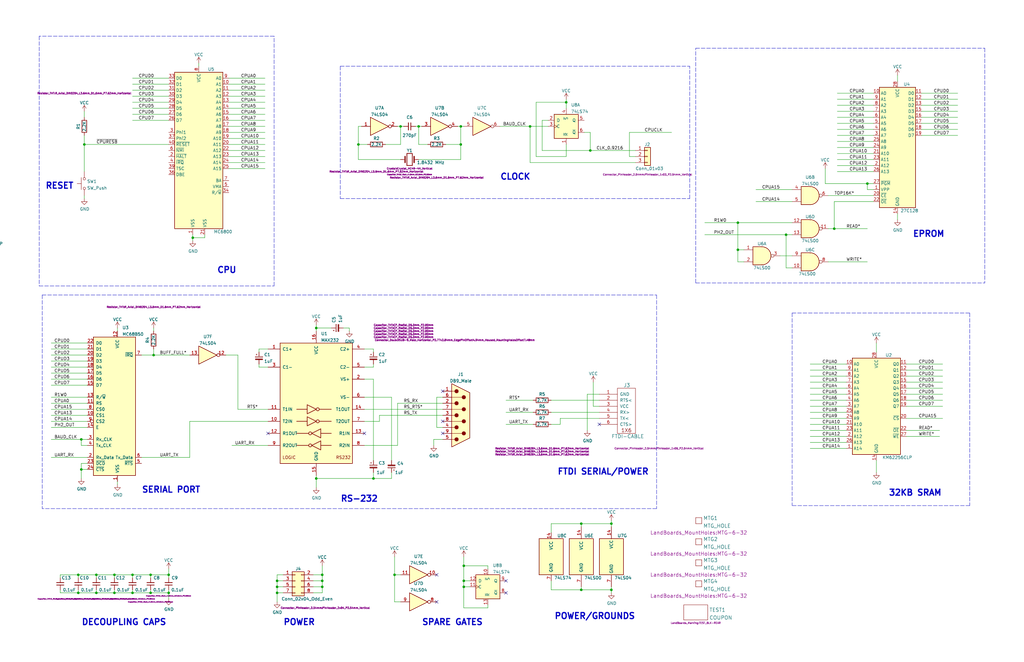
<source format=kicad_sch>
(kicad_sch (version 20211123) (generator eeschema)
  (paper "B")
  (title_block (title "SIMPLE-6502") (date "2022-09-11") (rev "1") (company "Land Boards LLC"))
  (junction (at 351.79 96.52))
  (junction (at 157.48 201.93))
  (junction (at 133.35 138.43))
  (junction (at 135.89 247.65))
  (junction (at 365.76 77.47))
  (junction (at 71.12 250.19))
  (junction (at 245.11 248.92))
  (junction (at 34.29 198.12))
  (junction (at 55.88 242.57))
  (junction (at 195.58 245.11))
  (junction (at 33.02 250.19))
  (junction (at 195.58 247.65))
  (junction (at 248.92 63.5))
  (junction (at 33.02 242.57))
  (junction (at 245.11 220.98))
  (junction (at 71.12 242.57))
  (junction (at 257.81 220.98))
  (junction (at 166.37 242.57))
  (junction (at 331.47 99.06))
  (junction (at 194.31 53.34))
  (junction (at 135.89 242.57))
  (junction (at 64.77 149.86))
  (junction (at 195.58 238.76))
  (junction (at -38.1 54.61))
  (junction (at 116.84 250.19))
  (junction (at 168.91 53.34))
  (junction (at 48.26 250.19))
  (junction (at 81.28 100.33))
  (junction (at 48.26 242.57))
  (junction (at 40.64 242.57))
  (junction (at 35.56 60.96))
  (junction (at 133.35 201.93))
  (junction (at 116.84 245.11))
  (junction (at 135.89 245.11))
  (junction (at 63.5 242.57))
  (junction (at 116.84 247.65))
  (junction (at -38.1 52.07))
  (junction (at 223.52 53.34))
  (junction (at 151.13 60.96))
  (junction (at 63.5 250.19))
  (junction (at 40.64 250.19))
  (junction (at 238.76 43.18))
  (junction (at -38.1 68.58))
  (junction (at 194.31 60.96))
  (junction (at 311.15 93.98))
  (junction (at 34.29 185.42))
  (junction (at 55.88 250.19))
  (junction (at 257.81 248.92))
  (junction (at 176.53 53.34))
  (junction (at 311.15 105.41))
  (no_connect (at 184.15 242.57))
  (no_connect (at 184.15 254))
  (no_connect (at 213.36 245.11))
  (no_connect (at 213.36 250.19))
  (no_connect (at 252.73 179.07))
  (no_connect (at -36.83 57.15))
  (no_connect (at -36.83 88.9))
  (no_connect (at -36.83 71.12))
  (no_connect (at -36.83 73.66))
  (no_connect (at -36.83 78.74))
  (no_connect (at 186.69 182.88))
  (no_connect (at 186.69 177.8))
  (no_connect (at 186.69 165.1))
  (no_connect (at 113.03 182.88))
  (no_connect (at 153.67 182.88))
  (wire (pts (xy 353.06 64.77) (xy 368.3 64.77)))
  (wire (pts (xy 48.26 242.57) (xy 48.26 243.84)))
  (wire (pts (xy 135.89 247.65) (xy 135.89 245.11)))
  (wire (pts (xy 267.97 66.04) (xy 265.43 66.04)))
  (wire (pts (xy 176.53 53.34) (xy 175.26 53.34)))
  (wire (pts (xy 96.52 50.8) (xy 111.76 50.8)))
  (polyline (pts (xy 293.37 20.32) (xy 415.29 20.32)))
  (wire (pts (xy 245.11 248.92) (xy 245.11 247.65)))
  (wire (pts (xy 153.67 154.94) (xy 157.48 154.94)))
  (wire (pts (xy 168.91 67.31) (xy 151.13 67.31)))
  (wire (pts (xy 81.28 100.33) (xy 86.36 100.33)))
  (wire (pts (xy 153.67 172.72) (xy 186.69 172.72)))
  (wire (pts (xy 365.76 80.01) (xy 365.76 77.47)))
  (wire (pts (xy 353.06 69.85) (xy 368.3 69.85)))
  (wire (pts (xy 97.79 187.96) (xy 113.03 187.96)))
  (wire (pts (xy 71.12 243.84) (xy 71.12 242.57)))
  (wire (pts (xy 55.88 48.26) (xy 71.12 48.26)))
  (wire (pts (xy 96.52 63.5) (xy 111.76 63.5)))
  (wire (pts (xy 223.52 68.58) (xy 223.52 53.34)))
  (wire (pts (xy 96.52 55.88) (xy 111.76 55.88)))
  (wire (pts (xy 116.84 250.19) (xy 116.84 254)))
  (wire (pts (xy 81.28 99.06) (xy 81.28 100.33)))
  (wire (pts (xy 160.02 177.8) (xy 153.67 177.8)))
  (wire (pts (xy 21.59 175.26) (xy 36.83 175.26)))
  (wire (pts (xy 349.25 96.52) (xy 351.79 96.52)))
  (wire (pts (xy 349.25 82.55) (xy 368.3 82.55)))
  (wire (pts (xy 49.53 138.43) (xy 49.53 139.7)))
  (polyline (pts (xy 334.01 132.08) (xy 408.94 132.08)))
  (wire (pts (xy 318.77 85.09) (xy 334.01 85.09)))
  (wire (pts (xy 80.01 177.8) (xy 113.03 177.8)))
  (wire (pts (xy 369.57 194.31) (xy 369.57 199.39)))
  (wire (pts (xy -48.26 91.44) (xy -48.26 95.25)))
  (wire (pts (xy 245.11 220.98) (xy 232.41 220.98)))
  (wire (pts (xy 353.06 67.31) (xy 368.3 67.31)))
  (wire (pts (xy 40.64 242.57) (xy 40.64 243.84)))
  (wire (pts (xy 341.63 179.07) (xy 356.87 179.07)))
  (wire (pts (xy 382.27 166.37) (xy 397.51 166.37)))
  (wire (pts (xy 176.53 60.96) (xy 180.34 60.96)))
  (wire (pts (xy 48.26 242.57) (xy 40.64 242.57)))
  (wire (pts (xy 168.91 53.34) (xy 168.91 60.96)))
  (wire (pts (xy 252.73 166.37) (xy 247.65 166.37)))
  (polyline (pts (xy 16.51 120.65) (xy 115.57 120.65)))
  (wire (pts (xy 213.36 173.99) (xy 224.79 173.99)))
  (wire (pts (xy 135.89 242.57) (xy 135.89 238.76)))
  (wire (pts (xy 71.12 248.92) (xy 71.12 250.19)))
  (wire (pts (xy 168.91 53.34) (xy 167.64 53.34)))
  (wire (pts (xy 231.14 50.8) (xy 228.6 50.8)))
  (wire (pts (xy 248.92 55.88) (xy 246.38 55.88)))
  (wire (pts (xy 59.69 149.86) (xy 64.77 149.86)))
  (wire (pts (xy 119.38 242.57) (xy 116.84 242.57)))
  (wire (pts (xy 177.8 53.34) (xy 176.53 53.34)))
  (wire (pts (xy 35.56 46.99) (xy 35.56 49.53)))
  (wire (pts (xy 34.29 185.42) (xy 36.83 185.42)))
  (wire (pts (xy 341.63 181.61) (xy 356.87 181.61)))
  (polyline (pts (xy 334.01 132.08) (xy 334.01 213.36)))
  (wire (pts (xy 49.53 203.2) (xy 49.53 204.47)))
  (wire (pts (xy 35.56 82.55) (xy 35.56 83.82)))
  (wire (pts (xy 388.62 44.45) (xy 403.86 44.45)))
  (wire (pts (xy 250.19 161.29) (xy 250.19 171.45)))
  (wire (pts (xy 25.4 250.19) (xy 33.02 250.19)))
  (wire (pts (xy 341.63 156.21) (xy 356.87 156.21)))
  (wire (pts (xy 21.59 152.4) (xy 36.83 152.4)))
  (wire (pts (xy 160.02 175.26) (xy 160.02 177.8)))
  (wire (pts (xy 151.13 60.96) (xy 154.94 60.96)))
  (wire (pts (xy 368.3 85.09) (xy 351.79 85.09)))
  (wire (pts (xy 133.35 138.43) (xy 133.35 139.7)))
  (wire (pts (xy 64.77 147.32) (xy 64.77 149.86)))
  (wire (pts (xy 257.81 247.65) (xy 257.81 248.92)))
  (wire (pts (xy 328.93 107.95) (xy 334.01 107.95)))
  (wire (pts (xy 223.52 53.34) (xy 210.82 53.34)))
  (wire (pts (xy 232.41 248.92) (xy 232.41 245.11)))
  (wire (pts (xy 34.29 198.12) (xy 36.83 198.12)))
  (wire (pts (xy 238.76 60.96) (xy 238.76 66.04)))
  (wire (pts (xy 388.62 46.99) (xy 403.86 46.99)))
  (wire (pts (xy 353.06 41.91) (xy 368.3 41.91)))
  (wire (pts (xy 116.84 245.11) (xy 119.38 245.11)))
  (wire (pts (xy -38.1 54.61) (xy -36.83 54.61)))
  (wire (pts (xy 34.29 195.58) (xy 34.29 198.12)))
  (wire (pts (xy 25.4 242.57) (xy 33.02 242.57)))
  (wire (pts (xy 382.27 161.29) (xy 397.51 161.29)))
  (wire (pts (xy 195.58 234.95) (xy 195.58 238.76)))
  (wire (pts (xy 63.5 248.92) (xy 63.5 250.19)))
  (wire (pts (xy 213.36 179.07) (xy 224.79 179.07)))
  (wire (pts (xy 109.22 153.67) (xy 109.22 154.94)))
  (wire (pts (xy 21.59 167.64) (xy 36.83 167.64)))
  (wire (pts (xy 349.25 110.49) (xy 365.76 110.49)))
  (wire (pts (xy 226.06 43.18) (xy 238.76 43.18)))
  (wire (pts (xy 133.35 137.16) (xy 133.35 138.43)))
  (wire (pts (xy 176.53 53.34) (xy 176.53 60.96)))
  (wire (pts (xy 132.08 245.11) (xy 135.89 245.11)))
  (wire (pts (xy 265.43 55.88) (xy 283.21 55.88)))
  (wire (pts (xy 353.06 54.61) (xy 368.3 54.61)))
  (wire (pts (xy 153.67 187.96) (xy 167.64 187.96)))
  (wire (pts (xy -38.1 68.58) (xy -38.1 76.2)))
  (polyline (pts (xy 143.51 83.82) (xy 290.83 83.82)))
  (wire (pts (xy 96.52 66.04) (xy 111.76 66.04)))
  (wire (pts (xy 368.3 80.01) (xy 365.76 80.01)))
  (wire (pts (xy 144.78 138.43) (xy 147.32 138.43)))
  (wire (pts (xy 195.58 256.54) (xy 195.58 247.65)))
  (wire (pts (xy 132.08 247.65) (xy 135.89 247.65)))
  (polyline (pts (xy 115.57 15.24) (xy 16.51 15.24)))
  (wire (pts (xy -38.1 29.21) (xy -38.1 52.07)))
  (wire (pts (xy 341.63 189.23) (xy 356.87 189.23)))
  (wire (pts (xy 40.64 248.92) (xy 40.64 250.19)))
  (wire (pts (xy 40.64 250.19) (xy 33.02 250.19)))
  (wire (pts (xy 353.06 72.39) (xy 368.3 72.39)))
  (wire (pts (xy 378.46 90.17) (xy 378.46 92.71)))
  (wire (pts (xy 353.06 59.69) (xy 368.3 59.69)))
  (wire (pts (xy 135.89 245.11) (xy 135.89 242.57)))
  (wire (pts (xy 34.29 198.12) (xy 34.29 201.93)))
  (wire (pts (xy 184.15 180.34) (xy 184.15 167.64)))
  (wire (pts (xy 257.81 220.98) (xy 245.11 220.98)))
  (wire (pts (xy 341.63 166.37) (xy 356.87 166.37)))
  (polyline (pts (xy 143.51 27.94) (xy 290.83 27.94)))
  (wire (pts (xy 21.59 170.18) (xy 36.83 170.18)))
  (wire (pts (xy 21.59 157.48) (xy 36.83 157.48)))
  (wire (pts (xy 388.62 57.15) (xy 403.86 57.15)))
  (wire (pts (xy 83.82 26.67) (xy 83.82 27.94)))
  (wire (pts (xy 157.48 154.94) (xy 157.48 153.67)))
  (wire (pts (xy 21.59 193.04) (xy 36.83 193.04)))
  (wire (pts (xy 133.35 200.66) (xy 133.35 201.93)))
  (wire (pts (xy 165.1 201.93) (xy 165.1 199.39)))
  (wire (pts (xy 228.6 50.8) (xy 228.6 63.5)))
  (wire (pts (xy 157.48 147.32) (xy 157.48 148.59)))
  (wire (pts (xy 55.88 242.57) (xy 63.5 242.57)))
  (wire (pts (xy 382.27 176.53) (xy 397.51 176.53)))
  (wire (pts (xy 382.27 181.61) (xy 396.24 181.61)))
  (wire (pts (xy 166.37 242.57) (xy 168.91 242.57)))
  (wire (pts (xy 388.62 49.53) (xy 403.86 49.53)))
  (polyline (pts (xy 16.51 15.24) (xy 16.51 120.65)))
  (wire (pts (xy 186.69 175.26) (xy 160.02 175.26)))
  (wire (pts (xy 21.59 154.94) (xy 36.83 154.94)))
  (wire (pts (xy 21.59 177.8) (xy 36.83 177.8)))
  (polyline (pts (xy 276.86 124.46) (xy 276.86 214.63)))
  (wire (pts (xy 96.52 38.1) (xy 111.76 38.1)))
  (wire (pts (xy 151.13 67.31) (xy 151.13 60.96)))
  (wire (pts (xy 157.48 194.31) (xy 157.48 160.02)))
  (wire (pts (xy 365.76 77.47) (xy 347.98 77.47)))
  (polyline (pts (xy 408.94 132.08) (xy 408.94 213.36)))
  (wire (pts (xy 388.62 52.07) (xy 403.86 52.07)))
  (wire (pts (xy 96.52 43.18) (xy 111.76 43.18)))
  (wire (pts (xy 21.59 162.56) (xy 36.83 162.56)))
  (wire (pts (xy 113.03 154.94) (xy 109.22 154.94)))
  (wire (pts (xy 313.69 110.49) (xy 311.15 110.49)))
  (wire (pts (xy 194.31 67.31) (xy 194.31 60.96)))
  (wire (pts (xy 331.47 99.06) (xy 334.01 99.06)))
  (wire (pts (xy 267.97 68.58) (xy 223.52 68.58)))
  (wire (pts (xy 116.84 250.19) (xy 119.38 250.19)))
  (wire (pts (xy 297.18 93.98) (xy 311.15 93.98)))
  (wire (pts (xy 257.81 248.92) (xy 257.81 250.19)))
  (wire (pts (xy 297.18 99.06) (xy 331.47 99.06)))
  (wire (pts (xy 96.52 45.72) (xy 111.76 45.72)))
  (polyline (pts (xy 276.86 214.63) (xy 17.78 214.63)))
  (wire (pts (xy 35.56 60.96) (xy 71.12 60.96)))
  (wire (pts (xy 226.06 66.04) (xy 226.06 43.18)))
  (wire (pts (xy 245.11 248.92) (xy 232.41 248.92)))
  (wire (pts (xy 232.41 179.07) (xy 236.22 179.07)))
  (wire (pts (xy 353.06 44.45) (xy 368.3 44.45)))
  (wire (pts (xy 353.06 62.23) (xy 368.3 62.23)))
  (wire (pts (xy 331.47 113.03) (xy 334.01 113.03)))
  (wire (pts (xy 25.4 242.57) (xy 25.4 243.84)))
  (wire (pts (xy 133.35 138.43) (xy 139.7 138.43)))
  (wire (pts (xy 341.63 153.67) (xy 356.87 153.67)))
  (wire (pts (xy 341.63 161.29) (xy 356.87 161.29)))
  (wire (pts (xy 257.81 248.92) (xy 245.11 248.92)))
  (wire (pts (xy -38.1 76.2) (xy -36.83 76.2)))
  (wire (pts (xy 351.79 85.09) (xy 351.79 96.52)))
  (wire (pts (xy 55.88 45.72) (xy 71.12 45.72)))
  (wire (pts (xy 347.98 71.12) (xy 347.98 77.47)))
  (wire (pts (xy 341.63 186.69) (xy 356.87 186.69)))
  (wire (pts (xy 55.88 38.1) (xy 71.12 38.1)))
  (wire (pts (xy 21.59 144.78) (xy 36.83 144.78)))
  (wire (pts (xy 55.88 35.56) (xy 71.12 35.56)))
  (wire (pts (xy 36.83 195.58) (xy 34.29 195.58)))
  (wire (pts (xy 21.59 185.42) (xy 34.29 185.42)))
  (wire (pts (xy 96.52 33.02) (xy 111.76 33.02)))
  (wire (pts (xy 81.28 100.33) (xy 81.28 101.6)))
  (wire (pts (xy 318.77 80.01) (xy 334.01 80.01)))
  (wire (pts (xy 341.63 171.45) (xy 356.87 171.45)))
  (wire (pts (xy 100.33 172.72) (xy 113.03 172.72)))
  (wire (pts (xy 195.58 245.11) (xy 195.58 247.65)))
  (wire (pts (xy -38.1 54.61) (xy -38.1 68.58)))
  (wire (pts (xy 59.69 193.04) (xy 80.01 193.04)))
  (wire (pts (xy 252.73 171.45) (xy 250.19 171.45)))
  (wire (pts (xy 205.74 256.54) (xy 195.58 256.54)))
  (wire (pts (xy 252.73 176.53) (xy 236.22 176.53)))
  (wire (pts (xy 353.06 57.15) (xy 368.3 57.15)))
  (wire (pts (xy 64.77 149.86) (xy 80.01 149.86)))
  (wire (pts (xy 341.63 168.91) (xy 356.87 168.91)))
  (wire (pts (xy 21.59 160.02) (xy 36.83 160.02)))
  (polyline (pts (xy 415.29 20.32) (xy 415.29 119.38)))
  (wire (pts (xy 166.37 254) (xy 168.91 254)))
  (wire (pts (xy 71.12 250.19) (xy 71.12 252.73)))
  (wire (pts (xy 353.06 39.37) (xy 368.3 39.37)))
  (wire (pts (xy 186.69 180.34) (xy 184.15 180.34)))
  (wire (pts (xy 21.59 172.72) (xy 36.83 172.72)))
  (wire (pts (xy 238.76 43.18) (xy 238.76 45.72)))
  (wire (pts (xy 96.52 71.12) (xy 111.76 71.12)))
  (wire (pts (xy 341.63 184.15) (xy 356.87 184.15)))
  (wire (pts (xy 195.58 245.11) (xy 198.12 245.11)))
  (wire (pts (xy 55.88 250.19) (xy 55.88 248.92)))
  (wire (pts (xy 21.59 147.32) (xy 36.83 147.32)))
  (wire (pts (xy 157.48 201.93) (xy 165.1 201.93)))
  (wire (pts (xy 109.22 148.59) (xy 109.22 147.32)))
  (wire (pts (xy 147.32 138.43) (xy 147.32 139.7)))
  (wire (pts (xy 257.81 219.71) (xy 257.81 220.98)))
  (wire (pts (xy 194.31 53.34) (xy 195.58 53.34)))
  (wire (pts (xy -38.1 52.07) (xy -36.83 52.07)))
  (wire (pts (xy 63.5 243.84) (xy 63.5 242.57)))
  (wire (pts (xy 21.59 180.34) (xy 36.83 180.34)))
  (wire (pts (xy 382.27 156.21) (xy 397.51 156.21)))
  (wire (pts (xy 151.13 53.34) (xy 151.13 60.96)))
  (wire (pts (xy 257.81 220.98) (xy 257.81 222.25)))
  (wire (pts (xy 167.64 170.18) (xy 186.69 170.18)))
  (wire (pts (xy 165.1 167.64) (xy 165.1 194.31)))
  (wire (pts (xy 25.4 250.19) (xy 25.4 248.92)))
  (wire (pts (xy 167.64 170.18) (xy 167.64 187.96)))
  (wire (pts (xy 153.67 167.64) (xy 165.1 167.64)))
  (wire (pts (xy 245.11 220.98) (xy 245.11 222.25)))
  (wire (pts (xy 153.67 147.32) (xy 157.48 147.32)))
  (polyline (pts (xy 143.51 27.94) (xy 143.51 83.82)))
  (wire (pts (xy 116.84 247.65) (xy 116.84 250.19)))
  (wire (pts (xy 63.5 242.57) (xy 71.12 242.57)))
  (wire (pts (xy 231.14 53.34) (xy 223.52 53.34)))
  (wire (pts (xy 33.02 250.19) (xy 33.02 248.92)))
  (wire (pts (xy 382.27 184.15) (xy 396.24 184.15)))
  (wire (pts (xy 194.31 53.34) (xy 193.04 53.34)))
  (wire (pts (xy 187.96 60.96) (xy 194.31 60.96)))
  (wire (pts (xy 35.56 60.96) (xy 35.56 57.15)))
  (wire (pts (xy 96.52 53.34) (xy 111.76 53.34)))
  (wire (pts (xy 55.88 43.18) (xy 71.12 43.18)))
  (wire (pts (xy 247.65 166.37) (xy 247.65 181.61)))
  (wire (pts (xy 21.59 149.86) (xy 36.83 149.86)))
  (wire (pts (xy 40.64 242.57) (xy 33.02 242.57)))
  (wire (pts (xy 388.62 41.91) (xy 403.86 41.91)))
  (wire (pts (xy 35.56 60.96) (xy 35.56 72.39)))
  (wire (pts (xy 63.5 250.19) (xy 55.88 250.19)))
  (wire (pts (xy 378.46 31.75) (xy 378.46 34.29)))
  (wire (pts (xy -35.56 129.54) (xy -20.32 129.54)))
  (wire (pts (xy 238.76 66.04) (xy 226.06 66.04)))
  (wire (pts (xy 80.01 193.04) (xy 80.01 177.8)))
  (wire (pts (xy 133.35 201.93) (xy 133.35 205.74)))
  (polyline (pts (xy 293.37 119.38) (xy 293.37 20.32)))
  (polyline (pts (xy 115.57 120.65) (xy 115.57 15.24)))
  (wire (pts (xy 96.52 68.58) (xy 111.76 68.58)))
  (wire (pts (xy 351.79 96.52) (xy 365.76 96.52)))
  (wire (pts (xy 48.26 250.19) (xy 40.64 250.19)))
  (wire (pts (xy 71.12 240.03) (xy 71.12 242.57)))
  (wire (pts (xy 182.88 185.42) (xy 186.69 185.42)))
  (wire (pts (xy 311.15 93.98) (xy 311.15 105.41)))
  (wire (pts (xy 311.15 105.41) (xy 311.15 110.49)))
  (wire (pts (xy 64.77 138.43) (xy 64.77 139.7)))
  (wire (pts (xy 166.37 234.95) (xy 166.37 242.57)))
  (wire (pts (xy 248.92 63.5) (xy 248.92 55.88)))
  (wire (pts (xy 232.41 173.99) (xy 252.73 173.99)))
  (wire (pts (xy 132.08 242.57) (xy 135.89 242.57)))
  (wire (pts (xy 232.41 168.91) (xy 252.73 168.91)))
  (wire (pts (xy 100.33 149.86) (xy 100.33 172.72)))
  (wire (pts (xy 48.26 248.92) (xy 48.26 250.19)))
  (wire (pts (xy 195.58 238.76) (xy 195.58 245.11)))
  (wire (pts (xy 341.63 173.99) (xy 356.87 173.99)))
  (wire (pts (xy 205.74 240.03) (xy 205.74 238.76)))
  (wire (pts (xy 157.48 201.93) (xy 157.48 199.39)))
  (wire (pts (xy 135.89 250.19) (xy 135.89 247.65)))
  (wire (pts (xy 369.57 144.78) (xy 369.57 148.59)))
  (wire (pts (xy 55.88 250.19) (xy 48.26 250.19)))
  (wire (pts (xy 55.88 50.8) (xy 71.12 50.8)))
  (wire (pts (xy 182.88 185.42) (xy 182.88 187.96)))
  (wire (pts (xy 232.41 220.98) (xy 232.41 224.79)))
  (wire (pts (xy 228.6 63.5) (xy 248.92 63.5)))
  (wire (pts (xy 382.27 168.91) (xy 397.51 168.91)))
  (wire (pts (xy 388.62 54.61) (xy 403.86 54.61)))
  (wire (pts (xy 168.91 60.96) (xy 162.56 60.96)))
  (wire (pts (xy 353.06 52.07) (xy 368.3 52.07)))
  (wire (pts (xy 96.52 58.42) (xy 111.76 58.42)))
  (wire (pts (xy 353.06 46.99) (xy 368.3 46.99)))
  (wire (pts (xy -52.07 86.36) (xy -36.83 86.36)))
  (wire (pts (xy -52.07 81.28) (xy -36.83 81.28)))
  (wire (pts (xy 311.15 105.41) (xy 313.69 105.41)))
  (wire (pts (xy 116.84 242.57) (xy 116.84 245.11)))
  (wire (pts (xy 71.12 250.19) (xy 63.5 250.19)))
  (wire (pts (xy 382.27 171.45) (xy 397.51 171.45)))
  (wire (pts (xy 55.88 242.57) (xy 48.26 242.57)))
  (wire (pts (xy 95.25 149.86) (xy 100.33 149.86)))
  (wire (pts (xy 341.63 176.53) (xy 356.87 176.53)))
  (wire (pts (xy 96.52 40.64) (xy 111.76 40.64)))
  (wire (pts (xy 86.36 100.33) (xy 86.36 99.06)))
  (wire (pts (xy 96.52 60.96) (xy 111.76 60.96)))
  (wire (pts (xy 109.22 147.32) (xy 113.03 147.32)))
  (wire (pts (xy 55.88 243.84) (xy 55.88 242.57)))
  (wire (pts (xy 184.15 167.64) (xy 186.69 167.64)))
  (wire (pts (xy 34.29 187.96) (xy 36.83 187.96)))
  (wire (pts (xy 382.27 158.75) (xy 397.51 158.75)))
  (wire (pts (xy 265.43 66.04) (xy 265.43 55.88)))
  (wire (pts (xy 116.84 245.11) (xy 116.84 247.65)))
  (wire (pts (xy 170.18 53.34) (xy 168.91 53.34)))
  (wire (pts (xy 194.31 60.96) (xy 194.31 53.34)))
  (polyline (pts (xy 290.83 83.82) (xy 290.83 27.94)))
  (polyline (pts (xy 293.37 119.38) (xy 415.29 119.38)))
  (wire (pts (xy 382.27 153.67) (xy 397.51 153.67)))
  (wire (pts (xy 238.76 41.91) (xy 238.76 43.18)))
  (wire (pts (xy 341.63 163.83) (xy 356.87 163.83)))
  (wire (pts (xy 248.92 63.5) (xy 267.97 63.5)))
  (wire (pts (xy 213.36 168.91) (xy 224.79 168.91)))
  (wire (pts (xy -46.99 91.44) (xy -48.26 91.44)))
  (wire (pts (xy 33.02 242.57) (xy 33.02 243.84)))
  (wire (pts (xy 353.06 49.53) (xy 368.3 49.53)))
  (wire (pts (xy 133.35 201.93) (xy 157.48 201.93)))
  (wire (pts (xy 341.63 158.75) (xy 356.87 158.75)))
  (wire (pts (xy 382.27 163.83) (xy 397.51 163.83)))
  (wire (pts (xy 166.37 242.57) (xy 166.37 254)))
  (polyline (pts (xy 408.94 213.36) (xy 334.01 213.36)))
  (polyline (pts (xy 17.78 124.46) (xy 17.78 214.63)))
  (wire (pts (xy 96.52 35.56) (xy 111.76 35.56)))
  (wire (pts (xy 236.22 176.53) (xy 236.22 179.07)))
  (wire (pts (xy 116.84 247.65) (xy 119.38 247.65)))
  (wire (pts (xy 96.52 48.26) (xy 111.76 48.26)))
  (wire (pts (xy 176.53 67.31) (xy 194.31 67.31)))
  (wire (pts (xy 55.88 40.64) (xy 71.12 40.64)))
  (wire (pts (xy 34.29 185.42) (xy 34.29 187.96)))
  (wire (pts (xy 311.15 93.98) (xy 334.01 93.98)))
  (wire (pts (xy 157.48 160.02) (xy 153.67 160.02)))
  (wire (pts (xy 195.58 247.65) (xy 198.12 247.65)))
  (wire (pts (xy 365.76 77.47) (xy 368.3 77.47)))
  (wire (pts (xy 388.62 39.37) (xy 403.86 39.37)))
  (wire (pts (xy 205.74 255.27) (xy 205.74 256.54)))
  (polyline (pts (xy 17.78 124.46) (xy 276.86 124.46)))
  (wire (pts (xy 205.74 238.76) (xy 195.58 238.76)))
  (wire (pts (xy 132.08 250.19) (xy 135.89 250.19)))
  (wire (pts (xy 152.4 53.34) (xy 151.13 53.34)))
  (wire (pts (xy 331.47 99.06) (xy 331.47 113.03)))
  (wire (pts (xy 55.88 33.02) (xy 71.12 33.02)))
  (wire (pts (xy -38.1 52.07) (xy -38.1 54.61)))
  (wire (pts (xy -38.1 68.58) (xy -36.83 68.58)))
  (text "POWER" (at 119.38 264.16 0) (effects (font (size 2.54 2.54) (thickness 0.508) bold) (justify left bottom)))
  (text "RESET" (at 19.05 80.01 0) (effects (font (size 2.54 2.54) (thickness 0.508) bold) (justify left bottom)))
  (text "32KB SRAM" (at 374.65 209.55 0) (effects (font (size 2.54 2.54) (thickness 0.508) bold) (justify left bottom)))
  (text "DECOUPLING CAPS" (at 34.29 264.16 0) (effects (font (size 2.54 2.54) (thickness 0.508) bold) (justify left bottom)))
  (text "SPARE GATES" (at 177.8 264.16 0) (effects (font (size 2.54 2.54) (thickness 0.508) bold) (justify left bottom)))
  (text "FTDI SERIAL/POWER" (at 234.95 200.66 0) (effects (font (size 2.54 2.54) (thickness 0.508) bold) (justify left bottom)))
  (text "OLDER CPUs\nGROUND PIN 1" (at -52.07 95.25 180) (effects (font (size 1.27 1.27)) (justify right bottom)))
  (text "SERIAL PORT" (at 59.69 208.28 0) (effects (font (size 2.54 2.54) (thickness 0.508) bold) (justify left bottom)))
  (text "POWER/GROUNDS" (at 233.68 261.62 0) (effects (font (size 2.54 2.54) (thickness 0.508) bold) (justify left bottom)))
  (text "EPROM" (at 384.81 100.33 0) (effects (font (size 2.54 2.54) (thickness 0.508) bold) (justify left bottom)))
  (text "CPU" (at 91.44 115.57 0) (effects (font (size 2.54 2.54) (thickness 0.508) bold) (justify left bottom)))
  (text "CLOCK" (at 210.82 76.2 0) (effects (font (size 2.54 2.54) (thickness 0.508) bold) (justify left bottom)))
  (text "RS-232" (at 143.51 212.09 0) (effects (font (size 2.54 2.54) (thickness 0.508) bold) (justify left bottom)))
  (label "CPUD6" (at 58.42 48.26 0))
  (label "CPUA8" (at 358.14 59.69 0))
  (label "CPUA4" (at 346.71 163.83 0))
  (label "CPUA8" (at 346.71 173.99 0))
  (label "CPUA14" (at 321.31 85.09 0))
  (label "PH2_OUT" (at 22.86 180.34 0))
  (label "UART_RX" (at 214.63 173.99 0))
  (label "CPUA9" (at 101.6 55.88 0))
  (label "CPUA1" (at 101.6 35.56 0))
  (label "CPUD7" (at 387.35 171.45 0))
  (label "CPUD3" (at 387.35 161.29 0))
  (label "WRITE*" (at 387.35 184.15 0))
  (label "CPUD0" (at 387.35 153.67 0))
  (label "BAUD_CLK" (at 22.86 185.42 0))
  (label "CPUA15" (at 387.35 176.53 0))
  (label "CPUA12" (at 101.6 63.5 0))
  (label "CPUD4" (at 22.86 154.94 0))
  (label "CPUD4" (at 393.7 49.53 0))
  (label "CPUA3" (at 101.6 40.64 0))
  (label "CPUA15" (at 101.6 71.12 0))
  (label "CPUA7" (at 358.14 57.15 0))
  (label "CPUA6" (at 358.14 54.61 0))
  (label "CPUD7" (at 22.86 162.56 0))
  (label "CPUD1" (at 22.86 147.32 0))
  (label "CPUA0" (at 346.71 153.67 0))
  (label "CPUA15" (at 321.31 80.01 0))
  (label "CPUA15" (at 22.86 172.72 0))
  (label "R1W0" (at -50.8 81.28 0))
  (label "CPUD1" (at 387.35 156.21 0))
  (label "CPUD2" (at 22.86 149.86 0))
  (label "CPUD7" (at 58.42 50.8 0))
  (label "CPUD3" (at 58.42 40.64 0))
  (label "WRITE*" (at 356.87 110.49 0))
  (label "CPUD4" (at 58.42 43.18 0))
  (label "CPUD2" (at 387.35 158.75 0))
  (label "CPUD6" (at 22.86 160.02 0))
  (label "CPUA4" (at 358.14 49.53 0))
  (label "CPUA8" (at 101.6 53.34 0))
  (label "RS_RX" (at 170.18 170.18 0))
  (label "CPUA2" (at 101.6 38.1 0))
  (label "UART_RX" (at 22.86 193.04 0))
  (label "CPUA5" (at 346.71 166.37 0))
  (label "CPUD7" (at 393.7 57.15 0))
  (label "UART_RX" (at 99.06 187.96 0))
  (label "CPUA11" (at 358.14 67.31 0))
  (label "CPUD2" (at 393.7 44.45 0))
  (label "R1W0" (at 22.86 167.64 0))
  (label "READ*" (at 356.87 96.52 0))
  (label "CPUA13" (at 346.71 186.69 0))
  (label "PH2_OUT" (at 300.99 99.06 0))
  (label "CPUA12" (at 358.14 69.85 0))
  (label "CPUA3" (at 346.71 161.29 0))
  (label "CPUA13" (at 22.86 175.26 0))
  (label "R1W0" (at 300.99 93.98 0))
  (label "CPUA14" (at 101.6 68.58 0))
  (label "CPUD5" (at 22.86 157.48 0))
  (label "CPUA0" (at 22.86 170.18 0))
  (label "BAUD_CLK" (at 212.09 53.34 0))
  (label "CPUD3" (at 22.86 152.4 0))
  (label "CPUA10" (at 101.6 58.42 0))
  (label "READ*" (at 387.35 181.61 0))
  (label "CPUA2" (at 358.14 44.45 0))
  (label "UART_TX" (at 67.31 193.04 0))
  (label "CPUD5" (at 387.35 166.37 0))
  (label "CPUA12" (at 346.71 184.15 0))
  (label "CPUA1" (at 358.14 41.91 0))
  (label "CPUD3" (at 393.7 46.99 0))
  (label "CPUCLK" (at 271.78 55.88 0))
  (label "CPUA7" (at 346.71 171.45 0))
  (label "CPUD0" (at 393.7 39.37 0))
  (label "TOP16K*" (at 351.79 82.55 0))
  (label "CPUD2" (at 58.42 38.1 0))
  (label "CPUD5" (at 393.7 52.07 0))
  (label "CPUA9" (at 346.71 176.53 0))
  (label "CLK_0.9216" (at 251.46 63.5 0))
  (label "CPUA4" (at 101.6 43.18 0))
  (label "RS_RTS*" (at 170.18 172.72 0))
  (label "CPUA3" (at 358.14 46.99 0))
  (label "CPUA13" (at 101.6 66.04 0))
  (label "CPUA2" (at 346.71 158.75 0))
  (label "BUFF_FULL*" (at 67.31 149.86 0))
  (label "CPUA6" (at 101.6 48.26 0))
  (label "CPUA7" (at 101.6 50.8 0))
  (label "RTS*" (at 104.14 172.72 0))
  (label "CPUA5" (at 358.14 52.07 0))
  (label "CPUA5" (at 101.6 45.72 0))
  (label "CPUA10" (at 358.14 64.77 0))
  (label "CPUA9" (at 358.14 62.23 0))
  (label "CPUD0" (at 58.42 33.02 0))
  (label "CPUA11" (at 101.6 60.96 0))
  (label "UART_TX" (at 214.63 179.07 0))
  (label "CPUA1" (at 346.71 156.21 0))
  (label "PH2_OUT" (at -50.8 86.36 0))
  (label "RTS*" (at 214.63 168.91 0))
  (label "CPUD1" (at 58.42 35.56 0))
  (label "CPUD5" (at 58.42 45.72 0))
  (label "CPUCLK" (at -34.29 129.54 0))
  (label "CPUD0" (at 22.86 144.78 0))
  (label "CPUA13" (at 358.14 72.39 0))
  (label "CPUA11" (at 346.71 181.61 0))
  (label "CPUA14" (at 346.71 189.23 0))
  (label "CPUA0" (at 358.14 39.37 0))
  (label "CPUA0" (at 101.6 33.02 0))
  (label "CPUA10" (at 346.71 179.07 0))
  (label "CPUD4" (at 387.35 163.83 0))
  (label "RS_TX" (at 170.18 175.26 0))
  (label "~{CPURESB}" (at 40.64 60.96 0))
  (label "CPUD6" (at 387.35 168.91 0))
  (label "CPUA14" (at 22.86 177.8 0))
  (label "CPUD6" (at 393.7 54.61 0))
  (label "CPUA6" (at 346.71 168.91 0))
  (label "CPUD1" (at 393.7 41.91 0))
  (symbol (lib_id "power:GND") (at 81.28 101.6 0) (unit 1)
    (property "Reference" "#PWR0101" (effects hide))
    (property "Value" "GND" (at 81.407 105.9942 0))
  )
  (symbol (lib_id "power:VCC") (at 250.19 161.29 0) (unit 1)
    (property "Reference" "#PWR0126" (effects hide))
    (property "Value" "VCC" (at 250.19 157.6855 0))
  )
  (symbol (lib_id "power:VCC") (at 378.46 31.75 0) (unit 1)
    (property "Reference" "#PWR0108" (effects hide))
    (property "Value" "VCC" (at 378.46 28.1455 0))
  )
  (symbol (lib_id "Switch:SW_Push") (at 35.56 77.47 90) (unit 1)
    (property "Reference" "SW1" (at 36.703 76.5615 90) (effects (justify right)))
    (property "Value" "SW_Push" (at 36.703 79.3366 90) (effects (justify right)))
    (property "Footprint" "Button_Switch_THT:SW_PUSH_6mm_H8.5mm" (effects hide))
  )
  (symbol (lib_id "Device:R") (at 228.6 173.99 90) (unit 1)
    (property "Reference" "R6" (at 228.6 171.45 90))
    (property "Value" "2.7K" (at 228.6 173.99 90))
    (property "Footprint" "Resistor_THT:R_Axial_DIN0204_L3.6mm_D1.6mm_P7.62mm_Horizontal" (at 228.6 190.5 90) (effects (font (size 0.762 0.762))))
    (property "Datasheet" "https://www.mouser.com/ProductDetail/Xicon/299-2.2K-RC?qs=QaPBMFBEHz3RDbXknTj%252ByA%3D%3D" (effects hide))
  )
  (symbol (lib_id "74xx:74LS04") (at 160.02 53.34 0) (unit 1)
    (property "Reference" "U7" (at 160.02 45.5635 0))
    (property "Value" "74LS04" (at 160.02 48.3386 0))
    (property "Footprint" "Package_DIP:DIP-14_W7.62mm_LongPads" (effects hide))
    (property "Datasheet" "http://www.ti.com/lit/gpn/sn74LS04" (effects hide))
  )
  (symbol (lib_id "power:VCC") (at 195.58 234.95 0) (unit 1)
    (property "Reference" "#PWR0118" (effects hide))
    (property "Value" "VCC" (at 195.58 231.3455 0))
  )
  (symbol (lib_id "Device:C_Small") (at 40.64 246.38 180) (unit 1)
    (property "Reference" "C11" (at 43.18 243.84 0))
    (property "Value" "0.1uF" (at 44.45 248.92 0))
    (property "Footprint" "Capacitor_THT:C_Rect_L4.0mm_W2.5mm_P2.50mm" (at 40.64 252.73 0) (effects (font (size 0.508 0.508))))
  )
  (symbol (lib_id "Device:C_Small") (at 63.5 246.38 180) (unit 1)
    (property "Reference" "C8" (at 66.04 243.84 0))
    (property "Value" "0.1uF" (at 67.31 248.92 0))
    (property "Footprint" "Capacitor_THT:C_Rect_L4.0mm_W2.5mm_P2.50mm" (at 63.5 254 0) (effects (font (size 0.508 0.508))))
  )
  (symbol (lib_id "Interface_UART:MAX232") (at 133.35 170.18 0) (unit 1)
    (property "Reference" "U1" (at 135.3694 140.8135 0) (effects (justify left)))
    (property "Value" "MAX232" (at 135.3694 143.5886 0) (effects (justify left)))
    (property "Footprint" "Package_DIP:DIP-16_W7.62mm_LongPads" (effects hide))
    (property "Datasheet" "http://www.ti.com/lit/ds/symlink/max232.pdf" (effects hide))
  )
  (symbol (lib_id "Connector_Generic:Conn_01x03") (at 273.05 66.04 0) (unit 1)
    (property "Reference" "J2" (at 271.78 60.96 0) (effects (justify left)))
    (property "Value" "Conn_01x03" (at 267.97 71.12 0) (effects (justify left)))
    (property "Footprint" "Connector_PinHeader_2.54mm:PinHeader_1x03_P2.54mm_Vertical" (at 273.05 73.66 0) (effects (font (size 0.762 0.762))))
  )
  (symbol (lib_id "power:GND") (at 247.65 181.61 0) (unit 1)
    (property "Reference" "#PWR0127" (effects hide))
    (property "Value" "GND" (at 247.777 186.0042 0))
  )
  (symbol (lib_id "74xx:74LS00") (at 341.63 96.52 0) (unit 4)
    (property "Reference" "U6" (at 341.63 91.44 0))
    (property "Value" "74LS00" (at 341.63 101.6 0))
    (property "Footprint" "Package_DIP:DIP-14_W7.62mm_LongPads" (effects hide))
    (property "Datasheet" "http://www.ti.com/lit/gpn/sn74ls00" (effects hide))
  )
  (symbol (lib_id "power:GND") (at 182.88 187.96 0) (unit 1)
    (property "Reference" "#PWR0123" (effects hide))
    (property "Value" "GND" (at 183.007 192.3542 0))
  )
  (symbol (lib_id "power:GND") (at 71.12 252.73 0) (unit 1)
    (property "Reference" "#PWR0106" (effects hide))
    (property "Value" "GND" (at 71.247 257.1242 0))
  )
  (symbol (lib_id "74xx:74LS04") (at 257.81 234.95 0) (unit 7)
    (property "Reference" "U7" (at 260.35 226.06 0) (effects (justify left)))
    (property "Value" "74LS04" (at 259.08 243.84 0) (effects (justify left)))
    (property "Footprint" "Package_DIP:DIP-14_W7.62mm_LongPads" (effects hide))
    (property "Datasheet" "http://www.ti.com/lit/gpn/sn74LS04" (effects hide))
  )
  (symbol (lib_id "CPU_NXP_6800:MC6800") (at 83.82 63.5 0) (unit 1)
    (property "Reference" "U5" (at 87.63 29.21 0) (effects (justify left)))
    (property "Value" "MC6800" (at 90.17 97.79 0) (effects (justify left)))
    (property "Footprint" "Package_DIP:DIP-40_W15.24mm" (effects hide))
    (property "Datasheet" "http://pdf.datasheetcatalog.com/datasheet/motorola/MC68A00L.pdf" (effects hide))
  )
  (symbol (lib_id "Connector_Generic:Conn_02x04_Odd_Even") (at 124.46 245.11 0) (unit 1)
    (property "Reference" "J4" (at 125.73 240.03 0))
    (property "Value" "Conn_02x04_Odd_Even" (at 129.54 252.73 0))
    (property "Footprint" "Connector_PinHeader_2.54mm:PinHeader_2x04_P2.54mm_Vertical" (at 137.16 256.54 0) (effects (font (size 0.762 0.762) bold)))
  )
  (symbol (lib_id "Device:C_Polarized_Small") (at 142.24 138.43 90) (unit 1)
    (property "Reference" "C5" (at 140.7854 136.271 0) (effects (justify left)))
    (property "Value" "1uF" (at 143.5605 136.271 0) (effects (justify left)))
    (property "Footprint" "Capacitor_THT:CP_Radial_D5.0mm_P2.00mm" (at 170.18 137.16 90) (effects (font (size 0.762 0.762) bold)))
  )
  (symbol (lib_id "power:GND") (at 147.32 139.7 0) (unit 1)
    (property "Reference" "#PWR0117" (effects hide))
    (property "Value" "GND" (at 147.447 144.0942 0))
  )
  (symbol (lib_id "power:GND") (at 378.46 92.71 0) (unit 1)
    (property "Reference" "#PWR0109" (effects hide))
    (property "Value" "GND" (at 378.587 97.1042 0))
  )
  (symbol (lib_id "Device:C_Polarized_Small") (at 165.1 196.85 180) (unit 1)
    (property "Reference" "C4" (at 170.18 195.58 0) (effects (justify left)))
    (property "Value" "1uF" (at 170.18 199.39 0) (effects (justify left)))
    (property "Footprint" "Capacitor_THT:CP_Radial_D5.0mm_P2.00mm" (at 170.18 142.24 0) (effects (font (size 0.762 0.762) bold)))
  )
  (symbol (lib_id "Memory_EPROM:27C128") (at 378.46 62.23 0) (unit 1)
    (property "Reference" "U4" (at 381 35.56 0) (effects (justify left)))
    (property "Value" "27C128" (at 379.73 88.9 0) (effects (justify left)))
    (property "Footprint" "Package_DIP:DIP-28_W15.24mm" (effects hide))
    (property "Datasheet" "http://ww1.microchip.com/downloads/en/devicedoc/11003L.pdf" (effects hide))
  )
  (symbol (lib_id "power:VCC") (at 369.57 144.78 0) (unit 1)
    (property "Reference" "#PWR0111" (effects hide))
    (property "Value" "VCC" (at 369.57 141.1755 0))
  )
  (symbol (lib_id "Device:Crystal") (at 172.72 67.31 0) (unit 1)
    (property "Reference" "Y1" (at 172.72 63.5 0))
    (property "Value" "1.8432 MHz" (at 181.61 68.58 0))
    (property "Footprint" "Crystal:Crystal_HC49-4H_Vertical" (at 172.72 71.12 0) (effects (font (size 0.762 0.762))))
  )
  (symbol (lib_id "LandBoards_Cards:FTDI-Slave") (at 264.16 172.72 0) (unit 1)
    (property "Reference" "J3" (at 262.89 162.56 0) (effects (font (size 1.524 1.524)) (justify left)))
    (property "Value" "FTDI-CABLE" (at 257.81 184.15 0) (effects (font (size 1.524 1.524)) (justify left)))
    (property "Footprint" "Connector_PinHeader_2.54mm:PinHeader_1x06_P2.54mm_Vertical" (at 259.08 189.23 0) (effects (font (size 0.762 0.762)) (justify left)))
  )
  (symbol (lib_id "Device:C_Polarized_Small") (at 157.48 196.85 0) (unit 1)
    (property "Reference" "C3" (at 159.639 195.3954 0) (effects (justify left)))
    (property "Value" "1uF" (at 158.75 199.39 0) (effects (justify left)))
    (property "Footprint" "Capacitor_THT:CP_Radial_D5.0mm_P2.00mm" (at 170.18 140.97 0) (effects (font (size 0.762 0.762) bold)))
  )
  (symbol (lib_id "power:VCC") (at 83.82 26.67 0) (unit 1)
    (property "Reference" "#PWR0103" (effects hide))
    (property "Value" "VCC" (at 83.82 23.0655 0))
  )
  (symbol (lib_id "power:GND") (at 369.57 199.39 0) (unit 1)
    (property "Reference" "#PWR0115" (effects hide))
    (property "Value" "GND" (at 369.697 203.7842 0))
  )
  (symbol (lib_id "74xx:74LS04") (at 185.42 53.34 0) (unit 2)
    (property "Reference" "U7" (at 185.42 45.5635 0))
    (property "Value" "74LS04" (at 185.42 48.3386 0))
    (property "Footprint" "Package_DIP:DIP-14_W7.62mm_LongPads" (effects hide))
    (property "Datasheet" "http://www.ti.com/lit/gpn/sn74LS04" (effects hide))
  )
  (symbol (lib_id "power:VCC") (at 49.53 138.43 0) (unit 1)
    (property "Reference" "#PWR0125" (effects hide))
    (property "Value" "VCC" (at 49.53 134.8255 0))
  )
  (symbol (lib_id "power:GND") (at 116.84 254 0) (unit 1)
    (property "Reference" "#PWR0129" (effects hide))
    (property "Value" "GND" (at 116.967 258.3942 0))
  )
  (symbol (lib_id "LandBoards_Semis:MC68B50_FIXED") (at 49.53 172.72 0) (unit 1)
    (property "Reference" "U3" (at 51.5494 138.2735 0) (effects (justify left)))
    (property "Value" "MC68B50" (at 51.5494 141.0486 0) (effects (justify left)))
    (property "Footprint" "Package_DIP:DIP-24_W15.24mm" (effects hide))
    (property "Datasheet" "https://www.jameco.com/Jameco/Products/ProdDS/43633.pdf" (effects hide))
  )
  (symbol (lib_id "power:VCC") (at 135.89 238.76 0) (unit 1)
    (property "Reference" "#PWR0128" (effects hide))
    (property "Value" "VCC" (at 135.89 235.1555 0))
  )
  (symbol (lib_id "74xx:74LS00") (at 245.11 234.95 0) (unit 5)
    (property "Reference" "U6" (at 246.38 226.06 0) (effects (justify left)))
    (property "Value" "74LS00" (at 246.38 243.84 0) (effects (justify left)))
    (property "Footprint" "Package_DIP:DIP-14_W7.62mm_LongPads" (effects hide))
    (property "Datasheet" "http://www.ti.com/lit/gpn/sn74ls00" (effects hide))
  )
  (symbol (lib_id "Device:R") (at 228.6 168.91 90) (unit 1)
    (property "Reference" "R5" (at 228.6 166.37 90))
    (property "Value" "2.7K" (at 228.6 168.91 90))
    (property "Footprint" "Resistor_THT:R_Axial_DIN0204_L3.6mm_D1.6mm_P7.62mm_Horizontal" (at 228.6 189.23 90) (effects (font (size 0.762 0.762))))
    (property "Datasheet" "https://www.mouser.com/ProductDetail/Xicon/299-2.2K-RC?qs=QaPBMFBEHz3RDbXknTj%252ByA%3D%3D" (effects hide))
  )
  (symbol (lib_id "Jumper:Jumper_2_Open") (at -41.91 91.44 0) (unit 1)
    (property "Reference" "JP1" (at -41.91 87.63 0))
    (property "Value" "Jumper_2_Open" (at -52.07 88.9 0))
    (property "Footprint" "Connector_PinHeader_2.54mm:PinHeader_1x02_P2.54mm_Vertical" (effects hide))
  )
  (symbol (lib_id "74xx:74LS00") (at 321.31 107.95 0) (unit 1)
    (property "Reference" "U6" (at 321.31 102.87 0))
    (property "Value" "74LS00" (at 321.31 113.03 0))
    (property "Footprint" "Package_DIP:DIP-14_W7.62mm_LongPads" (effects hide))
    (property "Datasheet" "http://www.ti.com/lit/gpn/sn74ls00" (effects hide))
  )
  (symbol (lib_id "Device:C_Small") (at 71.12 246.38 180) (unit 1)
    (property "Reference" "C9" (at 73.66 243.84 0))
    (property "Value" "0.1uF" (at 74.93 248.92 0))
    (property "Footprint" "Capacitor_THT:C_Rect_L4.0mm_W2.5mm_P2.50mm" (at 71.12 251.46 0) (effects (font (size 0.508 0.508))))
  )
  (symbol (lib_id "LandBoards_Semis:W65C02_816S_DIP") (at -19.05 67.31 0) (unit 1)
    (property "Reference" "U5" (at -10.16 31.75 0) (effects (justify left)))
    (property "Value" "W65C02_816S_DIP" (at -16.51 102.87 0) (effects (justify left)))
    (property "Footprint" "Package_DIP:DIP-40_W15.24mm_LongPads" (effects hide))
  )
  (symbol (lib_id "74xx:74LS04") (at 87.63 149.86 0) (unit 6)
    (property "Reference" "U7" (at 87.63 142.0835 0))
    (property "Value" "74LS04" (at 87.63 144.8586 0))
    (property "Footprint" "Package_DIP:DIP-14_W7.62mm_LongPads" (effects hide))
    (property "Datasheet" "http://www.ti.com/lit/gpn/sn74LS04" (effects hide))
  )
  (symbol (lib_id "74xx:74LS74") (at 238.76 53.34 0) (unit 1)
    (property "Reference" "U8" (at 240.7794 44.2935 0) (effects (justify left)))
    (property "Value" "74LS74" (at 240.7794 47.0686 0) (effects (justify left)))
    (property "Footprint" "Package_DIP:DIP-14_W7.62mm_LongPads" (effects hide))
    (property "Datasheet" "74xx/74hc_hct74.pdf" (effects hide))
  )
  (symbol (lib_id "74xx:74LS04") (at 176.53 242.57 0) (unit 5)
    (property "Reference" "U7" (at 176.53 234.7935 0))
    (property "Value" "74LS04" (at 176.53 237.5686 0))
    (property "Footprint" "Package_DIP:DIP-14_W7.62mm_LongPads" (effects hide))
    (property "Datasheet" "http://www.ti.com/lit/gpn/sn74LS04" (effects hide))
  )
  (symbol (lib_id "power:GND") (at -48.26 95.25 0) (unit 1)
    (property "Reference" "#PWR0130" (effects hide))
    (property "Value" "GND" (at -48.26 99.8125 0))
  )
  (symbol (lib_id "power:VCC") (at 166.37 234.95 0) (unit 1)
    (property "Reference" "#PWR0119" (effects hide))
    (property "Value" "VCC" (at 166.37 231.3455 0))
  )
  (symbol (lib_id "power:GND") (at 257.81 250.19 0) (unit 1)
    (property "Reference" "#PWR0104" (effects hide))
    (property "Value" "GND" (at 257.937 254.5842 0))
  )
  (symbol (lib_id "LandBoards:MTG_HOLE") (at 294.64 246.38 0) (unit 1)
    (property "Reference" "MTG4" (at 296.545 245.3153 0) (effects (font (size 1.524 1.524)) (justify left)))
    (property "Value" "MTG_HOLE" (at 296.545 248.5943 0) (effects (font (size 1.524 1.524)) (justify left)))
    (property "Footprint" "LandBoards_MountHoles:MTG-6-32" (at 294.64 251.46 0) (effects (font (size 1.524 1.524))))
  )
  (symbol (lib_id "power:VCC") (at -38.1 29.21 0) (unit 1)
    (property "Reference" "#PWR0102" (effects hide))
    (property "Value" "VCC" (at -38.1 25.6055 0))
  )
  (symbol (lib_id "74xx:74LS74") (at 232.41 234.95 0) (unit 3)
    (property "Reference" "U8" (at 234.95 226.06 0) (effects (justify left)))
    (property "Value" "74LS74" (at 233.68 243.84 0) (effects (justify left)))
    (property "Footprint" "Package_DIP:DIP-14_W7.62mm_LongPads" (effects hide))
    (property "Datasheet" "74xx/74hc_hct74.pdf" (effects hide))
  )
  (symbol (lib_id "power:VCC") (at 71.12 240.03 0) (unit 1)
    (property "Reference" "#PWR0107" (effects hide))
    (property "Value" "VCC" (at 71.12 236.4255 0))
  )
  (symbol (lib_id "Device:C_Small") (at 25.4 246.38 180) (unit 1)
    (property "Reference" "C13" (at 27.94 243.84 0))
    (property "Value" "0.1uF" (at 29.21 248.92 0))
    (property "Footprint" "Capacitor_THT:C_Rect_L4.0mm_W2.5mm_P2.50mm" (at 25.4 252.73 0) (effects (font (size 0.508 0.508))))
  )
  (symbol (lib_id "74xx:74LS04") (at 176.53 254 0) (unit 4)
    (property "Reference" "U7" (at 176.53 246.2235 0))
    (property "Value" "74LS04" (at 176.53 248.9986 0))
    (property "Footprint" "Package_DIP:DIP-14_W7.62mm_LongPads" (effects hide))
    (property "Datasheet" "http://www.ti.com/lit/gpn/sn74LS04" (effects hide))
  )
  (symbol (lib_id "Device:C_Small") (at 55.88 246.38 180) (unit 1)
    (property "Reference" "C7" (at 58.42 243.84 0))
    (property "Value" "0.1uF" (at 59.69 248.92 0))
    (property "Footprint" "Capacitor_THT:C_Rect_L4.0mm_W2.5mm_P2.50mm" (at 55.88 252.73 0) (effects (font (size 0.508 0.508))))
  )
  (symbol (lib_id "power:GND") (at 34.29 201.93 0) (unit 1)
    (property "Reference" "#PWR0121" (effects hide))
    (property "Value" "GND" (at 34.417 206.3242 0))
  )
  (symbol (lib_id "LandBoards:COUPON") (at 293.37 261.62 0) (unit 1)
    (property "Reference" "TEST1" (at 299.085 257.3803 0) (effects (font (size 1.524 1.524)) (justify left)))
    (property "Value" "COUPON" (at 299.085 260.6593 0) (effects (font (size 1.524 1.524)) (justify left)))
    (property "Footprint" "LandBoards_Marking:TEST_BLK-REAR" (at 293.37 262.89 0) (effects (font (size 0.762 0.762))))
  )
  (symbol (lib_id "Device:C_Small") (at 48.26 246.38 180) (unit 1)
    (property "Reference" "C12" (at 50.8 243.84 0))
    (property "Value" "0.1uF" (at 52.07 248.92 0))
    (property "Footprint" "Capacitor_THT:C_Rect_L4.0mm_W2.5mm_P2.50mm" (at 48.26 252.73 0) (effects (font (size 0.508 0.508))))
  )
  (symbol (lib_id "power:VCC") (at 35.56 46.99 0) (unit 1)
    (property "Reference" "#PWR0112" (effects hide))
    (property "Value" "VCC" (at 35.56 43.3855 0))
  )
  (symbol (lib_id "Device:C_Polarized_Small") (at 157.48 151.13 0) (unit 1)
    (property "Reference" "C2" (at 159.639 149.6754 0) (effects (justify left)))
    (property "Value" "1uF" (at 159.639 152.4505 0) (effects (justify left)))
    (property "Footprint" "Capacitor_THT:CP_Radial_D5.0mm_P2.00mm" (at 170.18 138.43 0) (effects (font (size 0.762 0.762) bold)))
  )
  (symbol (lib_id "LandBoards:MTG_HOLE") (at 294.64 228.6 0) (unit 1)
    (property "Reference" "MTG2" (at 296.545 227.5353 0) (effects (font (size 1.524 1.524)) (justify left)))
    (property "Value" "MTG_HOLE" (at 296.545 230.8143 0) (effects (font (size 1.524 1.524)) (justify left)))
    (property "Footprint" "LandBoards_MountHoles:MTG-6-32" (at 294.64 233.68 0) (effects (font (size 1.524 1.524))))
  )
  (symbol (lib_id "power:VCC") (at 257.81 219.71 0) (unit 1)
    (property "Reference" "#PWR0105" (effects hide))
    (property "Value" "VCC" (at 257.81 216.1055 0))
  )
  (symbol (lib_id "power:GND") (at 35.56 83.82 0) (unit 1)
    (property "Reference" "#PWR0113" (effects hide))
    (property "Value" "GND" (at 35.687 88.2142 0))
  )
  (symbol (lib_id "Device:C_Small") (at 172.72 53.34 270) (unit 1)
    (property "Reference" "C6" (at 172.72 49.53 90))
    (property "Value" "270pF" (at 172.72 57.15 90))
    (property "Footprint" "Capacitor_THT:C_Rect_L4.0mm_W2.5mm_P2.50mm" (at 172.72 73.66 90) (effects (font (size 0.508 0.508))))
  )
  (symbol (lib_id "LandBoards:MTG_HOLE") (at 294.64 219.71 0) (unit 1)
    (property "Reference" "MTG1" (at 296.545 218.6453 0) (effects (font (size 1.524 1.524)) (justify left)))
    (property "Value" "MTG_HOLE" (at 296.545 221.9243 0) (effects (font (size 1.524 1.524)) (justify left)))
    (property "Footprint" "LandBoards_MountHoles:MTG-6-32" (at 294.64 224.79 0) (effects (font (size 1.524 1.524))))
  )
  (symbol (lib_id "74xx:74LS00") (at 341.63 110.49 0) (unit 3)
    (property "Reference" "U6" (at 341.63 105.41 0))
    (property "Value" "74LS00" (at 340.36 115.57 0))
    (property "Footprint" "Package_DIP:DIP-14_W7.62mm_LongPads" (effects hide))
    (property "Datasheet" "http://www.ti.com/lit/gpn/sn74ls00" (effects hide))
  )
  (symbol (lib_id "power:VCC") (at 133.35 137.16 0) (unit 1)
    (property "Reference" "#PWR0116" (effects hide))
    (property "Value" "VCC" (at 133.35 133.5555 0))
  )
  (symbol (lib_id "74xx:74LS74") (at 205.74 247.65 0) (unit 2)
    (property "Reference" "U8" (at 207.7594 238.6035 0) (effects (justify left)))
    (property "Value" "74LS74" (at 207.7594 241.3786 0) (effects (justify left)))
    (property "Footprint" "Package_DIP:DIP-14_W7.62mm_LongPads" (effects hide))
    (property "Datasheet" "74xx/74hc_hct74.pdf" (effects hide))
  )
  (symbol (lib_id "74xx:74LS00") (at 341.63 82.55 0) (unit 2)
    (property "Reference" "U6" (at 341.63 74.7735 0))
    (property "Value" "74LS00" (at 341.63 77.5486 0))
    (property "Footprint" "Package_DIP:DIP-14_W7.62mm_LongPads" (effects hide))
    (property "Datasheet" "http://www.ti.com/lit/gpn/sn74ls00" (effects hide))
  )
  (symbol (lib_id "Device:R") (at 228.6 179.07 90) (unit 1)
    (property "Reference" "R7" (at 228.6 176.53 90))
    (property "Value" "2.7K" (at 228.6 179.07 90))
    (property "Footprint" "Resistor_THT:R_Axial_DIN0204_L3.6mm_D1.6mm_P7.62mm_Horizontal" (at 228.6 191.77 90) (effects (font (size 0.762 0.762))))
    (property "Datasheet" "https://www.mouser.com/ProductDetail/Xicon/299-2.2K-RC?qs=QaPBMFBEHz3RDbXknTj%252ByA%3D%3D" (effects hide))
  )
  (symbol (lib_id "Device:R") (at 64.77 143.51 0) (unit 1)
    (property "Reference" "R4" (at 62.23 143.51 90))
    (property "Value" "2.2K" (at 64.77 143.51 90))
    (property "Footprint" "Resistor_THT:R_Axial_DIN0204_L3.6mm_D1.6mm_P7.62mm_Horizontal" (at 64.77 129.54 0) (effects (font (size 0.762 0.762))))
    (property "Datasheet" "https://www.mouser.com/ProductDetail/Xicon/299-2.2K-RC?qs=QaPBMFBEHz3RDbXknTj%252ByA%3D%3D" (effects hide))
  )
  (symbol (lib_id "power:VCC") (at 347.98 71.12 0) (unit 1)
    (property "Reference" "#PWR0110" (effects hide))
    (property "Value" "VCC" (at 347.98 67.5155 0))
  )
  (symbol (lib_id "74xx:74LS04") (at 203.2 53.34 0) (unit 3)
    (property "Reference" "U7" (at 203.2 45.5635 0))
    (property "Value" "74LS04" (at 203.2 48.3386 0))
    (property "Footprint" "Package_DIP:DIP-14_W7.62mm_LongPads" (effects hide))
    (property "Datasheet" "http://www.ti.com/lit/gpn/sn74LS04" (effects hide))
  )
  (symbol (lib_id "Memory_RAM:KM62256CLP") (at 369.57 171.45 0) (unit 1)
    (property "Reference" "U2" (at 373.38 149.86 0) (effects (justify left)))
    (property "Value" "KM62256CLP" (at 372.11 193.04 0) (effects (justify left)))
    (property "Footprint" "Package_DIP:DIP-28_W15.24mm" (effects hide))
    (property "Datasheet" "https://www.futurlec.com/Datasheet/Memory/62256.pdf" (effects hide))
  )
  (symbol (lib_id "Device:R") (at 158.75 60.96 90) (unit 1)
    (property "Reference" "R2" (at 158.75 58.42 90))
    (property "Value" "2.2K" (at 158.75 60.96 90))
    (property "Footprint" "Resistor_THT:R_Axial_DIN0204_L3.6mm_D1.6mm_P7.62mm_Horizontal" (at 158.75 72.39 90) (effects (font (size 0.762 0.762))))
    (property "Datasheet" "https://www.mouser.com/ProductDetail/Xicon/299-2.2K-RC?qs=QaPBMFBEHz3RDbXknTj%252ByA%3D%3D" (effects hide))
  )
  (symbol (lib_id "Device:C_Polarized_Small") (at 109.22 151.13 0) (unit 1)
    (property "Reference" "C1" (at 111.379 149.6754 0) (effects (justify left)))
    (property "Value" "1uF" (at 111.379 152.4505 0) (effects (justify left)))
    (property "Footprint" "Capacitor_THT:CP_Radial_D5.0mm_P2.00mm" (at 170.18 139.7 0) (effects (font (size 0.762 0.762) bold)))
  )
  (symbol (lib_id "power:GND") (at 49.53 204.47 0) (unit 1)
    (property "Reference" "#PWR0122" (effects hide))
    (property "Value" "GND" (at 49.657 208.8642 0))
  )
  (symbol (lib_id "Device:R") (at 184.15 60.96 90) (unit 1)
    (property "Reference" "R3" (at 184.15 58.42 90))
    (property "Value" "2.2K" (at 184.15 60.96 90))
    (property "Footprint" "Resistor_THT:R_Axial_DIN0204_L3.6mm_D1.6mm_P7.62mm_Horizontal" (at 184.15 74.93 90) (effects (font (size 0.762 0.762))))
    (property "Datasheet" "https://www.mouser.com/ProductDetail/Xicon/299-2.2K-RC?qs=QaPBMFBEHz3RDbXknTj%252ByA%3D%3D" (effects hide))
  )
  (symbol (lib_id "Device:C_Small") (at 33.02 246.38 180) (unit 1)
    (property "Reference" "C10" (at 35.56 243.84 0))
    (property "Value" "0.1uF" (at 36.83 248.92 0))
    (property "Footprint" "Capacitor_THT:C_Rect_L4.0mm_W2.5mm_P2.50mm" (at 33.02 252.73 0) (effects (font (size 0.508 0.508))))
  )
  (symbol (lib_id "LandBoards:MTG_HOLE") (at 294.64 237.49 0) (unit 1)
    (property "Reference" "MTG3" (at 296.545 236.4253 0) (effects (font (size 1.524 1.524)) (justify left)))
    (property "Value" "MTG_HOLE" (at 296.545 239.7043 0) (effects (font (size 1.524 1.524)) (justify left)))
    (property "Footprint" "LandBoards_MountHoles:MTG-6-32" (at 294.64 242.57 0) (effects (font (size 1.524 1.524))))
  )
  (symbol (lib_id "power:GND") (at 133.35 205.74 0) (unit 1)
    (property "Reference" "#PWR0120" (effects hide))
    (property "Value" "GND" (at 133.477 210.1342 0))
  )
  (symbol (lib_id "power:VCC") (at 238.76 41.91 0) (unit 1)
    (property "Reference" "#PWR0114" (effects hide))
    (property "Value" "VCC" (at 238.76 38.3055 0))
  )
  (symbol (lib_id "power:VCC") (at 64.77 138.43 0) (unit 1)
    (property "Reference" "#PWR0124" (effects hide))
    (property "Value" "VCC" (at 64.77 134.8255 0))
  )
  (symbol (lib_id "Connector:DB9_Male") (at 194.31 175.26 0) (mirror x) (unit 1)
    (property "Reference" "J1" (at 194.31 157.9585 0))
    (property "Value" "DB9_Male" (at 194.31 160.7336 0))
    (property "Footprint" "Connector_Dsub:DSUB-9_Male_Horizontal_P2.77x2.84mm_EdgePinOffset4.94mm_Housed_MountingHolesOffset7.48mm" (at 191.77 143.51 0) (effects (font (size 0.762 0.762))))
    (property "Datasheet" " ~" (effects hide))
  )
  (symbol (lib_id "Device:R") (at 35.56 53.34 0) (unit 1)
    (property "Reference" "R1" (at 33.02 53.34 90))
    (property "Value" "2.2K" (at 35.56 53.34 90))
    (property "Footprint" "Resistor_THT:R_Axial_DIN0204_L3.6mm_D1.6mm_P7.62mm_Horizontal" (at 35.56 39.37 0) (effects (font (size 0.762 0.762))))
    (property "Datasheet" "https://www.mouser.com/ProductDetail/Xicon/299-2.2K-RC?qs=QaPBMFBEHz3RDbXknTj%252ByA%3D%3D" (effects hide))
  )
)
</source>
